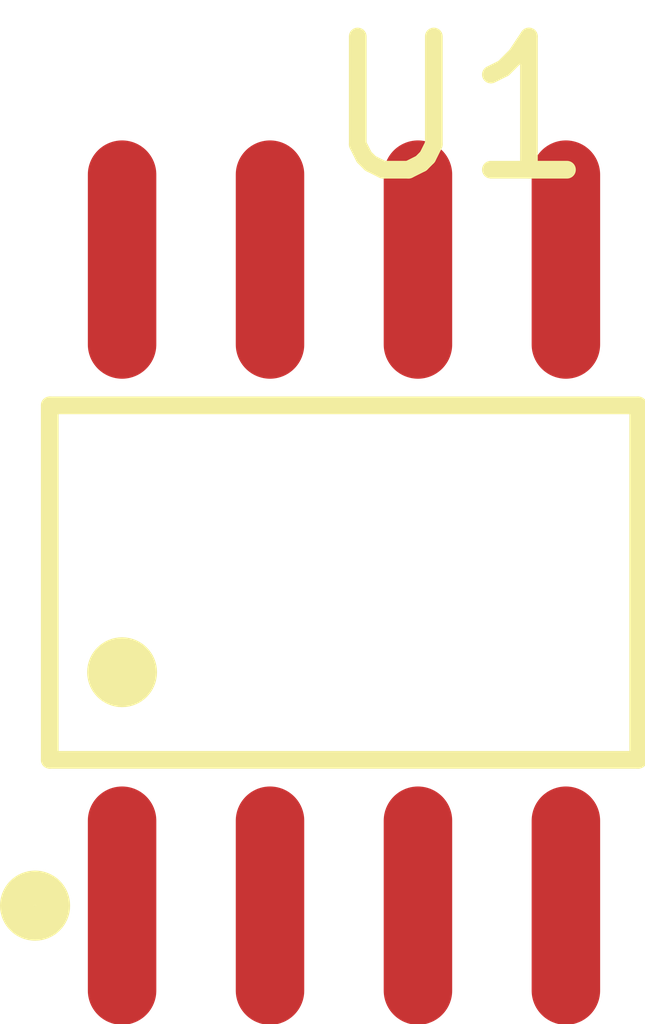
<source format=kicad_pcb>
(kicad_pcb (version 20171130) (host pcbnew "(5.1.5)-3") (page "A4") (layers (0 "F.Cu" signal) (31 "B.Cu" signal) (32 "B.Adhes" user) (33 "F.Adhes" user) (34 "B.Paste" user) (35 "F.Paste" user) (36 "B.SilkS" user) (37 "F.SilkS" user) (38 "B.Mask" user) (39 "F.Mask" user) (40 "Dwgs.User" user) (41 "Cmts.User" user) (42 "Eco1.User" user) (43 "Eco2.User" user) (44 "Edge.Cuts" user) (45 "Margin" user) (46 "B.CrtYd" user) (47 "F.CrtYd" user) (48 "B.Fab" user hide) (49 "F.Fab" user hide)) (net 0 "") (module "easyeda:SOIC-8_L4.9-W3.9-P1.27-LS6.0-BL" (layer "F.Cu") (at 12.7 12.7) (attr smd) (fp_text value "SOIC-8_L4.9-W3.9-P1.27-LS6.0-BL" (at -0.254 -5.842 0) (layer "F.Fab") hide (effects (font (size 1.143 1.143) (thickness 0.152)) (justify left))) (fp_text reference "U1" (at -0.254 -4.064 0) (layer "F.SilkS") (effects (font (size 1.143 1.143) (thickness 0.152)) (justify left))) (fp_line (start -2.526 1.521) (end -2.526 -1.521) (width 0.152) (layer "F.SilkS")) (fp_line (start -2.526 -1.521) (end 2.526 -1.521) (width 0.152) (layer "F.SilkS")) (fp_line (start 2.526 -1.521) (end 2.526 1.521) (width 0.152) (layer "F.SilkS")) (fp_line (start 2.526 1.521) (end -2.526 1.521) (width 0.152) (layer "F.SilkS")) (fp_circle (center -1.905 0.769) (end -1.755 0.769) (layer "F.SilkS") (width 0.3)) (fp_circle (center -2.652 2.772) (end -2.501 2.772) (layer "F.SilkS") (width 0.3)) (fp_circle (center -1.905 3.4) (end -1.755 3.4) (layer "Cmts.User") (width 0.3)) (pad 1 smd oval (at -1.905 2.772 0) (size 0.588 2.045) (layers "F.Cu" "F.Paste" "F.Mask")) (pad 2 smd oval (at -0.635 2.772 0) (size 0.588 2.045) (layers "F.Cu" "F.Paste" "F.Mask")) (pad 3 smd oval (at 0.635 2.772 0) (size 0.588 2.045) (layers "F.Cu" "F.Paste" "F.Mask")) (pad 4 smd oval (at 1.905 2.772 0) (size 0.588 2.045) (layers "F.Cu" "F.Paste" "F.Mask")) (pad 8 smd oval (at -1.905 -2.772 0) (size 0.588 2.045) (layers "F.Cu" "F.Paste" "F.Mask")) (pad 7 smd oval (at -0.635 -2.772 0) (size 0.588 2.045) (layers "F.Cu" "F.Paste" "F.Mask")) (pad 6 smd oval (at 0.635 -2.772 0) (size 0.588 2.045) (layers "F.Cu" "F.Paste" "F.Mask")) (pad 5 smd oval (at 1.905 -2.772 0) (size 0.588 2.045) (layers "F.Cu" "F.Paste" "F.Mask")) (fp_text user gge76 (at 0 0) (layer "Cmts.User") (effects (font (size 1 1) (thickness 0.15))))))
</source>
